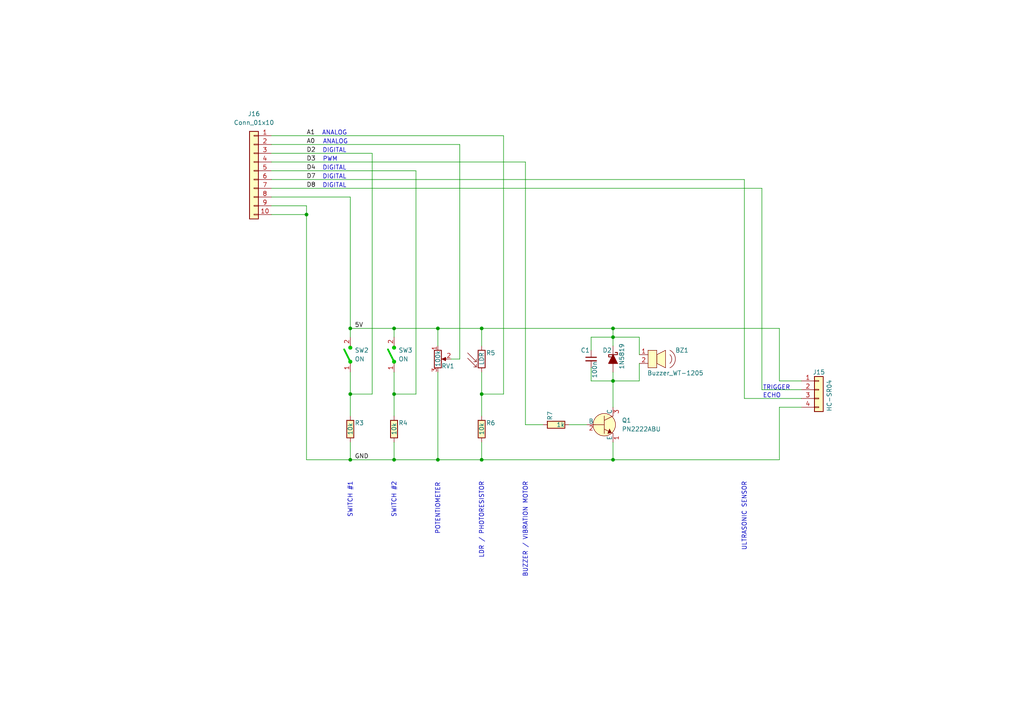
<source format=kicad_sch>
(kicad_sch (version 20250114) (generator "eeschema") (generator_version "9.0")
  (paper "A4")
  (title_block (title "TheThing") (date "2025-02-04") (rev "v5") (company "Maker's Asylum"))
  (lib_symbols
    (symbol "TheThing:Buzzer_PS1240P02BT" (pin_names (offset 0))
      (property "Reference" "BZ" (at 0 5.08 0))
      (property "Value" "Buzzer_PS1240P02BT" (at -1.27 -3.81 0))
      (symbol "Buzzer_PS1240P02BT_0_1"
        (rectangle (start 0 3.81) (end 2.54 -1.27) (fill (type background)))
        (polyline (pts (xy 2.54 2.54) (xy 5.08 3.81) (xy 5.08 -1.27) (xy 2.54 0) (xy 2.54 2.54)) (fill (type background)))
        (arc (start 6.35 3.81) (mid 7.9198 1.27) (end 6.35 -1.27))
        (arc (start 6.35 2.54) (mid 6.8761 1.27) (end 6.35 0))
      )
      (symbol "Buzzer_PS1240P02BT_1_1"
        (pin input line (at -2.54 2.54 0) (length 2.54) (name "~") (number "1"))
        (pin input line (at -2.54 0 0) (length 2.54) (name "~") (number "2"))
      )
    )
    (symbol "TheThing:C_Small" (pin_numbers (hide yes)) (pin_names (offset 0.254) (hide yes))
      (property "Reference" "C" (at 0.254 1.778 0))
      (property "Value" "C_Small" (at 0.254 -2.032 0))
      (symbol "C_Small_0_1"
        (polyline (pts (xy -1.524 0.508) (xy 1.524 0.508)) (stroke (width 0.3048)))
        (polyline (pts (xy -1.524 -0.508) (xy 1.524 -0.508)) (stroke (width 0.3302)))
      )
      (symbol "C_Small_1_1"
        (pin passive line (at 0 2.54 270) (length 2.032) (name "~") (number "1"))
        (pin passive line (at 0 -2.54 90) (length 2.032) (name "~") (number "2"))
      )
    )
    (symbol "TheThing:Conn_01x04" (pin_names (offset 1.016) (hide yes))
      (property "Reference" "J" (at 0 5.08 0))
      (property "Value" "Conn_01x04" (at 0 -7.62 0))
      (symbol "Conn_01x04_1_1"
        (rectangle (start -1.27 3.81) (end 1.27 -6.35) (stroke (width 0.254)) (fill (type background)))
        (rectangle (start -1.27 2.667) (end 0 2.413) (stroke (width 0.1524)))
        (rectangle (start -1.27 0.127) (end 0 -0.127) (stroke (width 0.1524)))
        (rectangle (start -1.27 -2.413) (end 0 -2.667) (stroke (width 0.1524)))
        (rectangle (start -1.27 -4.953) (end 0 -5.207) (stroke (width 0.1524)))
        (pin passive line (at -5.08 2.54 0) (length 3.81) (name "Pin_1") (number "1"))
        (pin passive line (at -5.08 0 0) (length 3.81) (name "Pin_2") (number "2"))
        (pin passive line (at -5.08 -2.54 0) (length 3.81) (name "Pin_3") (number "3"))
        (pin passive line (at -5.08 -5.08 0) (length 3.81) (name "Pin_4") (number "4"))
      )
    )
    (symbol "TheThing:Conn_01x10" (pin_names (offset 1.016) (hide yes))
      (property "Reference" "J" (at 0 12.7 0))
      (property "Value" "Conn_01x10" (at 0 -15.24 0))
      (symbol "Conn_01x10_1_1"
        (rectangle (start -1.27 11.43) (end 1.27 -13.97) (stroke (width 0.254)) (fill (type background)))
        (rectangle (start -1.27 10.287) (end 0 10.033) (stroke (width 0.1524)))
        (rectangle (start -1.27 7.747) (end 0 7.493) (stroke (width 0.1524)))
        (rectangle (start -1.27 5.207) (end 0 4.953) (stroke (width 0.1524)))
        (rectangle (start -1.27 2.667) (end 0 2.413) (stroke (width 0.1524)))
        (rectangle (start -1.27 0.127) (end 0 -0.127) (stroke (width 0.1524)))
        (rectangle (start -1.27 -2.413) (end 0 -2.667) (stroke (width 0.1524)))
        (rectangle (start -1.27 -4.953) (end 0 -5.207) (stroke (width 0.1524)))
        (rectangle (start -1.27 -7.493) (end 0 -7.747) (stroke (width 0.1524)))
        (rectangle (start -1.27 -10.033) (end 0 -10.287) (stroke (width 0.1524)))
        (rectangle (start -1.27 -12.573) (end 0 -12.827) (stroke (width 0.1524)))
        (pin passive line (at -5.08 10.16 0) (length 3.81) (name "Pin_1") (number "1"))
        (pin passive line (at -5.08 7.62 0) (length 3.81) (name "Pin_2") (number "2"))
        (pin passive line (at -5.08 5.08 0) (length 3.81) (name "Pin_3") (number "3"))
        (pin passive line (at -5.08 2.54 0) (length 3.81) (name "Pin_4") (number "4"))
        (pin passive line (at -5.08 0 0) (length 3.81) (name "Pin_5") (number "5"))
        (pin passive line (at -5.08 -2.54 0) (length 3.81) (name "Pin_6") (number "6"))
        (pin passive line (at -5.08 -5.08 0) (length 3.81) (name "Pin_7") (number "7"))
        (pin passive line (at -5.08 -7.62 0) (length 3.81) (name "Pin_8") (number "8"))
        (pin passive line (at -5.08 -10.16 0) (length 3.81) (name "Pin_9") (number "9"))
        (pin passive line (at -5.08 -12.7 0) (length 3.81) (name "Pin_10") (number "10"))
      )
    )
    (symbol "TheThing:D_Schottky_Filled" (pin_numbers (hide yes)) (pin_names (offset 1.016) (hide yes))
      (property "Reference" "D" (at 0 2.54 0))
      (property "Value" "D_Schottky_Filled" (at 0 -2.54 0))
      (symbol "D_Schottky_Filled_0_1"
        (polyline (pts (xy -1.905 0.635) (xy -1.905 1.27) (xy -1.27 1.27) (xy -1.27 -1.27) (xy -0.635 -1.27) (xy -0.635 -0.635)) (stroke (width 0.254)))
        (polyline (pts (xy 1.27 1.27) (xy 1.27 -1.27) (xy -1.27 0) (xy 1.27 1.27)) (stroke (width 0.254)) (fill (type outline)))
        (polyline (pts (xy 1.27 0) (xy -1.27 0)))
      )
      (symbol "D_Schottky_Filled_1_1"
        (pin passive line (at -3.81 0 0) (length 2.54) (name "K") (number "1"))
        (pin passive line (at 3.81 0 180) (length 2.54) (name "A") (number "2"))
      )
    )
    (symbol "TheThing:KSP2222ABU" (pin_names (offset 0))
      (property "Reference" "Q" (at -3.2004 4.2164 0))
      (property "Value" "KSP2222ABU" (at 5.2324 0 90))
      (symbol "KSP2222ABU_0_1"
        (polyline (pts (xy -3.81 0) (xy -2.54 0)))
        (polyline (pts (xy -3.556 0) (xy 0 0)))
        (polyline (pts (xy 0 2.54) (xy 0 -2.54)))
        (polyline (pts (xy 0 1.27) (xy 2.54 2.54)))
        (circle (center 0 0) (radius 3.2512) (fill (type background)))
        (polyline (pts (xy 0 -1.27) (xy 2.54 -2.54)))
        (polyline (pts (xy 1.524 -1.27) (xy 2.032 -2.286) (xy 1.016 -2.54) (xy 1.524 -1.27)) (fill (type outline)))
      )
      (symbol "KSP2222ABU_1_1"
        (pin input line (at -5.08 0 0) (length 2.54) (name "B") (number "2"))
        (pin passive line (at 2.54 5.08 270) (length 2.54) (name "C") (number "3"))
        (pin passive line (at 2.54 -5.08 90) (length 2.54) (name "E") (number "1"))
      )
    )
    (symbol "TheThing:LDR03" (pin_numbers (hide yes)) (pin_names (offset 0))
      (property "Reference" "R" (at -5.08 0 90))
      (property "Value" "LDR03" (at 1.905 0 90))
      (symbol "LDR03_0_1"
        (polyline (pts (xy -1.524 -0.762) (xy -4.064 1.778)))
        (polyline (pts (xy -1.524 -0.762) (xy -2.286 -0.762)))
        (polyline (pts (xy -1.524 -0.762) (xy -1.524 0)))
        (polyline (pts (xy -1.524 -2.286) (xy -4.064 0.254)))
        (polyline (pts (xy -1.524 -2.286) (xy -2.286 -2.286)))
        (polyline (pts (xy -1.524 -2.286) (xy -1.524 -1.524)))
        (rectangle (start -1.016 2.54) (end 1.016 -2.54) (stroke (width 0.254)))
      )
      (symbol "LDR03_1_1"
        (pin passive line (at 0 3.81 270) (length 1.27) (name "~") (number "1"))
        (pin passive line (at 0 -3.81 90) (length 1.27) (name "~") (number "2"))
      )
    )
    (symbol "TheThing:R" (pin_numbers (hide yes)) (pin_names (offset 0))
      (property "Reference" "R" (at 2.032 0 90))
      (property "Value" "R" (at 0 0 90))
      (symbol "R_1_1"
        (rectangle (start -1.016 2.54) (end 1.016 -2.54) (stroke (width 0.254)) (fill (type background)))
        (pin passive line (at 0 3.81 270) (length 1.27) (name "~") (number "1"))
        (pin passive line (at 0 -3.81 90) (length 1.27) (name "~") (number "2"))
      )
    )
    (symbol "TheThing:R_Potentiometer" (pin_names (offset 1.016) (hide yes))
      (property "Reference" "RV" (at -4.445 0 90))
      (property "Value" "R_Potentiometer" (at -2.54 0 90))
      (symbol "R_Potentiometer_0_1"
        (rectangle (start 1.016 2.54) (end -1.016 -2.54) (stroke (width 0.254)))
        (polyline (pts (xy 1.143 0) (xy 2.286 0.508) (xy 2.286 -0.508) (xy 1.143 0)) (fill (type outline)))
        (polyline (pts (xy 2.54 0) (xy 1.524 0)))
      )
      (symbol "R_Potentiometer_1_1"
        (pin passive line (at 0 3.81 270) (length 1.27) (name "1") (number "1"))
        (pin passive line (at 0 -3.81 90) (length 1.27) (name "3") (number "3"))
        (pin passive line (at 3.81 0 180) (length 1.27) (name "2") (number "2"))
      )
    )
    (symbol "TheThing:SW_SPST" (pin_names (offset 0) (hide yes))
      (property "Reference" "SW1" (at -7.62 0 90))
      (property "Value" "ON" (at -7.62 2.54 90))
      (symbol "SW_SPST_1_0"
        (circle (center -2.032 0) (radius 0.508) (stroke (width 0) (color 0 192 0 1)) (fill (type outline)))
        (polyline (pts (xy -1.524 0.254) (xy 1.524 1.778)) (stroke (width 0.508) (color 0 192 0 1)))
        (circle (center 2.032 0) (radius 0.508) (stroke (width 0) (color 0 192 0 1)) (fill (type outline)))
      )
      (symbol "SW_SPST_1_1"
        (pin passive line (at -5.08 0 0) (length 2.54) (name "A") (number "1"))
        (pin passive line (at 5.08 0 180) (length 2.54) (name "B") (number "2"))
      )
    )
  )
  (text "SWITCH #1" (at 101.6 139.7 90) (effects (font (size 1.27 1.27)) (justify right)))
  (text "BUZZER / VIBRATION MOTOR" (at 152.4 139.7 90) (effects (font (size 1.27 1.27)) (justify right)))
  (text "SWITCH #2" (at 114.3 139.7 90) (effects (font (size 1.27 1.27)) (justify right)))
  (text "ULTRASONIC SENSOR" (at 215.9 139.7 90) (effects (font (size 1.27 1.27)) (justify right)))
  (text "ANALOG" (at 97.282 41.148 0) (effects (font (size 1.27 1.27))))
  (text "DIGITAL" (at 97.028 48.768 0) (effects (font (size 1.27 1.27))))
  (text "PWM" (at 95.758 46.228 0) (effects (font (size 1.27 1.27))))
  (text "DIGITAL" (at 97.028 43.688 0) (effects (font (size 1.27 1.27))))
  (text "ANALOG" (at 97.028 38.608 0) (effects (font (size 1.27 1.27))))
  (text "DIGITAL" (at 97.028 53.848 0) (effects (font (size 1.27 1.27))))
  (text "LDR / PHOTORESISTOR" (at 139.7 139.7 90) (effects (font (size 1.27 1.27)) (justify right)))
  (text "DIGITAL" (at 97.028 51.308 0) (effects (font (size 1.27 1.27))))
  (text "ECHO" (at 221.234 114.808 0) (effects (font (size 1.27 1.27)) (justify left)))
  (text "TRIGGER" (at 221.234 112.522 0) (effects (font (size 1.27 1.27)) (justify left)))
  (text "POTENTIOMETER" (at 127 139.954 90) (effects (font (size 1.27 1.27)) (justify right)))
  (junction (at 101.6 95.25))
  (junction (at 177.8 133.35))
  (junction (at 101.6 114.3))
  (junction (at 114.3 114.3))
  (junction (at 139.7 95.25))
  (junction (at 88.9 62.23))
  (junction (at 139.7 133.35))
  (junction (at 177.8 97.79))
  (junction (at 177.8 110.49))
  (junction (at 114.3 133.35))
  (junction (at 139.7 114.3))
  (junction (at 114.3 95.25))
  (junction (at 177.8 95.25))
  (junction (at 127 133.35))
  (junction (at 101.6 133.35))
  (junction (at 127 95.25))
  (wire (pts (xy 114.3 133.35) (xy 101.6 133.35)))
  (wire (pts (xy 215.9 52.07) (xy 215.9 115.57)))
  (wire (pts (xy 78.74 39.37) (xy 146.05 39.37)))
  (wire (pts (xy 139.7 100.33) (xy 139.7 95.25)))
  (wire (pts (xy 185.42 110.49) (xy 185.42 105.41)))
  (wire (pts (xy 146.05 114.3) (xy 139.7 114.3)))
  (wire (pts (xy 114.3 133.35) (xy 127 133.35)))
  (wire (pts (xy 127 95.25) (xy 127 100.33)))
  (wire (pts (xy 114.3 128.27) (xy 114.3 133.35)))
  (wire (pts (xy 220.98 113.03) (xy 220.98 54.61)))
  (wire (pts (xy 139.7 107.95) (xy 139.7 114.3)))
  (wire (pts (xy 177.8 128.27) (xy 177.8 133.35)))
  (wire (pts (xy 226.06 95.25) (xy 226.06 110.49)))
  (wire (pts (xy 152.4 46.99) (xy 152.4 123.19)))
  (wire (pts (xy 107.95 44.45) (xy 107.95 114.3)))
  (wire (pts (xy 78.74 49.53) (xy 120.65 49.53)))
  (wire (pts (xy 185.42 97.79) (xy 177.8 97.79)))
  (wire (pts (xy 78.74 41.91) (xy 133.35 41.91)))
  (wire (pts (xy 101.6 95.25) (xy 114.3 95.25)))
  (wire (pts (xy 165.1 123.19) (xy 170.18 123.19)))
  (wire (pts (xy 177.8 95.25) (xy 177.8 97.79)))
  (wire (pts (xy 101.6 114.3) (xy 101.6 120.65)))
  (wire (pts (xy 139.7 128.27) (xy 139.7 133.35)))
  (wire (pts (xy 177.8 110.49) (xy 185.42 110.49)))
  (wire (pts (xy 114.3 114.3) (xy 114.3 120.65)))
  (wire (pts (xy 232.41 113.03) (xy 220.98 113.03)))
  (wire (pts (xy 78.74 44.45) (xy 107.95 44.45)))
  (wire (pts (xy 130.81 104.14) (xy 133.35 104.14)))
  (wire (pts (xy 152.4 123.19) (xy 157.48 123.19)))
  (wire (pts (xy 78.74 57.15) (xy 101.6 57.15)))
  (wire (pts (xy 127 95.25) (xy 139.7 95.25)))
  (wire (pts (xy 133.35 104.14) (xy 133.35 41.91)))
  (wire (pts (xy 177.8 110.49) (xy 177.8 118.11)))
  (wire (pts (xy 177.8 95.25) (xy 226.06 95.25)))
  (wire (pts (xy 177.8 133.35) (xy 139.7 133.35)))
  (wire (pts (xy 226.06 110.49) (xy 232.41 110.49)))
  (wire (pts (xy 101.6 97.79) (xy 101.6 95.25)))
  (wire (pts (xy 88.9 133.35) (xy 101.6 133.35)))
  (wire (pts (xy 114.3 95.25) (xy 127 95.25)))
  (wire (pts (xy 226.06 133.35) (xy 226.06 118.11)))
  (wire (pts (xy 177.8 97.79) (xy 177.8 100.33)))
  (wire (pts (xy 171.45 110.49) (xy 177.8 110.49)))
  (wire (pts (xy 101.6 114.3) (xy 107.95 114.3)))
  (wire (pts (xy 139.7 114.3) (xy 139.7 120.65)))
  (wire (pts (xy 171.45 97.79) (xy 171.45 101.6)))
  (wire (pts (xy 78.74 52.07) (xy 215.9 52.07)))
  (wire (pts (xy 101.6 107.95) (xy 101.6 114.3)))
  (wire (pts (xy 185.42 102.87) (xy 185.42 97.79)))
  (wire (pts (xy 88.9 62.23) (xy 88.9 59.69)))
  (wire (pts (xy 114.3 107.95) (xy 114.3 114.3)))
  (wire (pts (xy 215.9 115.57) (xy 232.41 115.57)))
  (wire (pts (xy 171.45 106.68) (xy 171.45 110.49)))
  (wire (pts (xy 226.06 118.11) (xy 232.41 118.11)))
  (wire (pts (xy 88.9 62.23) (xy 88.9 133.35)))
  (wire (pts (xy 88.9 59.69) (xy 78.74 59.69)))
  (wire (pts (xy 146.05 39.37) (xy 146.05 114.3)))
  (wire (pts (xy 120.65 114.3) (xy 120.65 49.53)))
  (wire (pts (xy 114.3 95.25) (xy 114.3 97.79)))
  (wire (pts (xy 127 107.95) (xy 127 133.35)))
  (wire (pts (xy 78.74 46.99) (xy 152.4 46.99)))
  (wire (pts (xy 177.8 107.95) (xy 177.8 110.49)))
  (wire (pts (xy 127 133.35) (xy 139.7 133.35)))
  (wire (pts (xy 177.8 133.35) (xy 226.06 133.35)))
  (wire (pts (xy 78.74 54.61) (xy 220.98 54.61)))
  (wire (pts (xy 78.74 62.23) (xy 88.9 62.23)))
  (wire (pts (xy 139.7 95.25) (xy 177.8 95.25)))
  (wire (pts (xy 177.8 97.79) (xy 171.45 97.79)))
  (wire (pts (xy 101.6 57.15) (xy 101.6 95.25)))
  (wire (pts (xy 101.6 133.35) (xy 101.6 128.27)))
  (wire (pts (xy 114.3 114.3) (xy 120.65 114.3)))
  (label "D8" (at 88.9 54.61 0))
  (label "5V" (at 102.87 95.25 0))
  (label "D7" (at 88.9 52.07 0))
  (label "A0" (at 88.9 41.91 0))
  (label "D4" (at 88.9 49.53 0))
  (label "D2" (at 88.9 44.45 0))
  (label "GND" (at 102.87 133.35 0))
  (label "D3" (at 88.9 46.99 0))
  (label "A1" (at 88.9 39.37 0))
  (symbol (lib_id "TheThing:KSP2222ABU") (at 175.26 123.19 0) (unit 1)
    (property "Reference" "Q1" (at 180.34 121.9199 0) (effects (justify left)))
    (property "Value" "PN2222ABU" (at 180.34 124.4599 0) (effects (justify left)))
    (property "Footprint" "BagTag:TO-92L_Inline" (effects (hide yes)))
    (property "Datasheet" "https://www.onsemi.com/pub/Collateral/KSP2222A-D.pdf" (effects (hide yes)))
    (property "Description" "TRANS NPN 40V 0.6A TO-92" (effects (hide yes)))
    (property "MPN" "KSP2222ABU" (effects (hide yes)))
    (property "Family" "Transistors - Bipolar (BJT) - Single" (effects (hide yes)))
    (property "DK_Detail_Page" "/product-detail/en/on-semiconductor/KSP2222ABU/KSP2222ABUFS-ND/1047387" (effects (hide yes)))
    (property "Manufacturer" "ON Semiconductor" (effects (hide yes)))
  )
  (symbol (lib_id "TheThing:R") (at 139.7 124.46 0) (unit 1)
    (property "Reference" "R6" (at 140.97 122.682 0) (effects (justify left)))
    (property "Value" "10k" (at 139.7 126.238 90) (effects (justify left)))
    (property "Footprint" "BagTag:R_Axial_DIN0207_L6.3mm_D2.5mm_P7.62mm_Horizontal" (effects (hide yes)))
    (property "Description" "Resistor" (effects (hide yes)))
  )
  (symbol (lib_id "TheThing:Conn_01x04") (at 237.49 113.03 0) (unit 1)
    (property "Reference" "J15" (at 235.712 107.95 0) (effects (justify left)))
    (property "Value" "HC-SR04" (at 240.538 119.38 90) (effects (justify left)))
    (property "Footprint" "BagTag:PinSocket_1x04_P2.54mm_Vertical" (effects (hide yes)))
    (property "Description" "Generic connector, single row, 01x04, script generated (kicad-library-utils/schlib/autogen/connector/)" (effects (hide yes)))
  )
  (symbol (lib_id "TheThing:R") (at 161.29 123.19 90) (unit 1)
    (property "Reference" "R7" (at 159.512 121.92 0) (effects (justify left)))
    (property "Value" "1k" (at 163.83 123.19 90) (effects (justify left)))
    (property "Footprint" "BagTag:R_Axial_DIN0207_L6.3mm_D2.5mm_P7.62mm_Horizontal" (effects (hide yes)))
    (property "Description" "Resistor" (effects (hide yes)))
  )
  (symbol (lib_id "TheThing:SW_SPST") (at 101.6 102.87 90) (unit 1)
    (property "Reference" "SW2" (at 102.87 101.5999 90) (effects (justify right)))
    (property "Value" "ON" (at 102.87 104.1399 90) (effects (justify right)))
    (property "Footprint" "BagTag:SWITCH_PUSH_6mm_12mm" (effects (hide yes)))
    (property "Description" "Single Pole Single Throw (SPST) switch" (effects (hide yes)))
  )
  (symbol (lib_id "TheThing:R_Potentiometer") (at 127 104.14 0) (unit 1)
    (property "Reference" "RV1" (at 131.826 106.172 0) (effects (justify right)))
    (property "Value" "100k" (at 127 101.6 90) (effects (justify right)))
    (property "Footprint" "BagTag:TRIM_601040" (effects (hide yes)))
    (property "Description" "Potentiometer" (effects (hide yes)))
  )
  (symbol (lib_id "TheThing:Conn_01x10") (at 73.66 49.53 0) (mirror y) (unit 1)
    (property "Reference" "J16" (at 73.66 33.02 0))
    (property "Value" "Conn_01x10" (at 73.66 35.56 0))
    (property "Footprint" "BagTag:PinHeader_1x10_P2.54mm_Vertical" (effects (hide yes)))
    (property "Description" "Generic connector, single row, 01x10, script generated (kicad-library-utils/schlib/autogen/connector/)" (effects (hide yes)))
  )
  (symbol (lib_id "TheThing:R") (at 101.6 124.46 0) (unit 1)
    (property "Reference" "R3" (at 102.87 122.682 0) (effects (justify left)))
    (property "Value" "10k" (at 101.6 126.238 90) (effects (justify left)))
    (property "Footprint" "BagTag:R_Axial_DIN0207_L6.3mm_D2.5mm_P7.62mm_Horizontal" (effects (hide yes)))
    (property "Description" "Resistor" (effects (hide yes)))
  )
  (symbol (lib_id "TheThing:SW_SPST") (at 114.3 102.87 90) (unit 1)
    (property "Reference" "SW3" (at 115.57 101.5999 90) (effects (justify right)))
    (property "Value" "ON" (at 115.57 104.1399 90) (effects (justify right)))
    (property "Footprint" "BagTag:SWITCH_PUSH_6mm_12mm" (effects (hide yes)))
    (property "Description" "Single Pole Single Throw (SPST) switch" (effects (hide yes)))
  )
  (symbol (lib_id "TheThing:C_Small") (at 171.45 104.14 0) (unit 1)
    (property "Reference" "C1" (at 168.402 101.6 0) (effects (justify left)))
    (property "Value" "100n" (at 172.466 109.728 90) (effects (justify left)))
    (property "Footprint" "BagTag:C_Disc_D3.0mm_W2.0mm_P2.50mm" (effects (hide yes)))
    (property "Description" "Unpolarized capacitor, small symbol" (effects (hide yes)))
  )
  (symbol (lib_id "TheThing:D_Schottky_Filled") (at 177.8 104.14 270) (unit 1)
    (property "Reference" "D2" (at 174.752 101.6 90) (effects (justify left)))
    (property "Value" "1N5819" (at 180.34 99.568 0) (effects (justify left)))
    (property "Footprint" "BagTag:D_DO-41_SOD81_P10.16mm_Horizontal" (effects (hide yes)))
    (property "Description" "Schottky diode, filled shape" (effects (hide yes)))
    (property "Sim.Device" "D" (effects (hide yes)))
    (property "Sim.Pins" "1=K 2=A" (effects (hide yes)))
  )
  (symbol (lib_id "TheThing:R") (at 114.3 124.46 0) (unit 1)
    (property "Reference" "R4" (at 115.57 122.682 0) (effects (justify left)))
    (property "Value" "10k" (at 114.3 126.238 90) (effects (justify left)))
    (property "Footprint" "BagTag:R_Axial_DIN0207_L6.3mm_D2.5mm_P7.62mm_Horizontal" (effects (hide yes)))
    (property "Description" "Resistor" (effects (hide yes)))
  )
  (symbol (lib_id "TheThing:Buzzer_PS1240P02BT") (at 187.96 105.41 0) (unit 1)
    (property "Reference" "BZ1" (at 195.834 101.6 0) (effects (justify left)))
    (property "Value" "Buzzer_WT-1205" (at 187.706 108.204 0) (effects (justify left)))
    (property "Footprint" "BagTag:Buzzer_12x9.5RM7.6" (effects (hide yes)))
    (property "Datasheet" "https://product.tdk.com/info/en/catalog/datasheets/piezoelectronic_buzzer_ps_en.pdf" (effects (hide yes)))
    (property "Description" "AUDIO PIEZO TRANSDUCER 30V TH" (effects (hide yes)))
    (property "MPN" "PS1240P02BT" (effects (hide yes)))
    (property "Family" "Alarms, Buzzers, and Sirens" (effects (hide yes)))
    (property "DK_Detail_Page" "/product-detail/en/tdk-corporation/PS1240P02BT/445-2525-1-ND/935930" (effects (hide yes)))
    (property "Manufacturer" "TDK Corporation" (effects (hide yes)))
  )
  (symbol (lib_id "TheThing:LDR03") (at 139.7 104.14 0) (unit 1)
    (property "Reference" "R5" (at 140.97 102.362 0) (effects (justify left)))
    (property "Value" "LDR" (at 139.7 105.918 90) (effects (justify left)))
    (property "Footprint" "BagTag:R_LDR_4.9x4.2mm_P2.54mm_Vertical" (effects (hide yes)))
    (property "Datasheet" "http://www.elektronica-componenten.nl/WebRoot/StoreNL/Shops/61422969/54F1/BA0C/C664/31B9/2173/C0A8/2AB9/2AEF/LDR03IMP.pdf" (effects (hide yes)))
    (property "Description" "light dependent resistor" (effects (hide yes)))
  )
)
</source>
